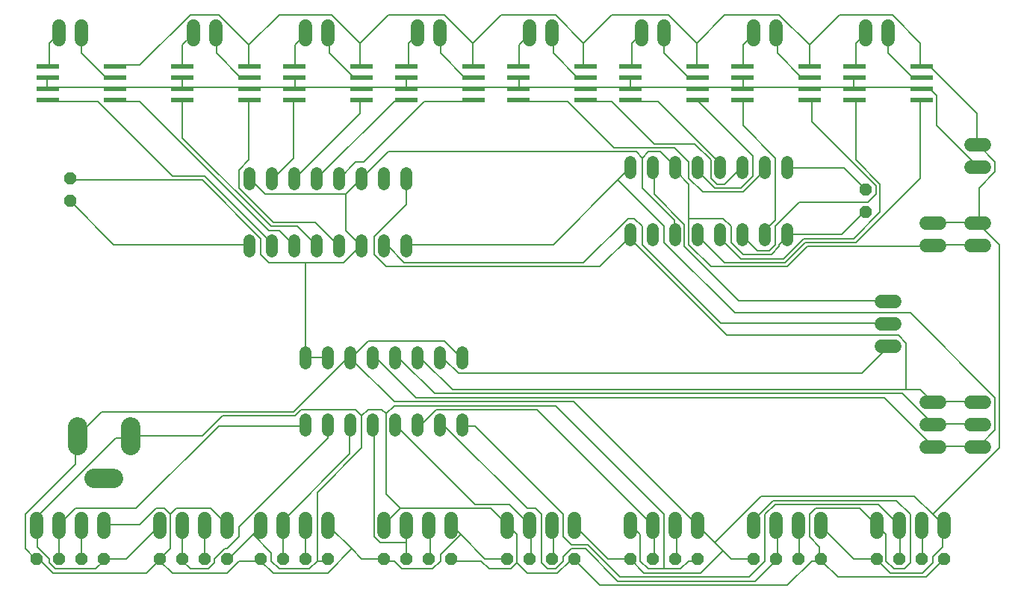
<source format=gbr>
G04 EAGLE Gerber RS-274X export*
G75*
%MOMM*%
%FSLAX34Y34*%
%LPD*%
%INTop Copper*%
%IPPOS*%
%AMOC8*
5,1,8,0,0,1.08239X$1,22.5*%
G01*
%ADD10C,1.524000*%
%ADD11P,1.429621X8X112.500000*%
%ADD12P,1.429621X8X292.500000*%
%ADD13C,1.320800*%
%ADD14P,1.429621X8X22.500000*%
%ADD15R,2.500000X0.500000*%
%ADD16C,2.184400*%
%ADD17C,0.152400*%


D10*
X1137920Y419100D02*
X1122680Y419100D01*
X1122680Y444500D02*
X1137920Y444500D01*
X1137920Y241300D02*
X1122680Y241300D01*
X1122680Y215900D02*
X1137920Y215900D01*
X1137920Y190500D02*
X1122680Y190500D01*
X1087120Y241300D02*
X1071880Y241300D01*
X1071880Y215900D02*
X1087120Y215900D01*
X1087120Y190500D02*
X1071880Y190500D01*
D11*
X1003300Y457200D03*
X1003300Y482600D03*
D12*
X101600Y495300D03*
X101600Y469900D03*
D10*
X1021080Y355600D02*
X1036320Y355600D01*
X1036320Y330200D02*
X1021080Y330200D01*
X1021080Y304800D02*
X1036320Y304800D01*
X1071880Y419100D02*
X1087120Y419100D01*
X1087120Y444500D02*
X1071880Y444500D01*
D13*
X914400Y501396D02*
X914400Y514604D01*
X889000Y514604D02*
X889000Y501396D01*
X812800Y501396D02*
X812800Y514604D01*
X787400Y514604D02*
X787400Y501396D01*
X863600Y501396D02*
X863600Y514604D01*
X838200Y514604D02*
X838200Y501396D01*
X762000Y501396D02*
X762000Y514604D01*
X736600Y514604D02*
X736600Y501396D01*
X736600Y438404D02*
X736600Y425196D01*
X762000Y425196D02*
X762000Y438404D01*
X787400Y438404D02*
X787400Y425196D01*
X812800Y425196D02*
X812800Y438404D01*
X838200Y438404D02*
X838200Y425196D01*
X863600Y425196D02*
X863600Y438404D01*
X889000Y438404D02*
X889000Y425196D01*
X914400Y425196D02*
X914400Y438404D01*
X304800Y425704D02*
X304800Y412496D01*
X330200Y412496D02*
X330200Y425704D01*
X406400Y425704D02*
X406400Y412496D01*
X431800Y412496D02*
X431800Y425704D01*
X355600Y425704D02*
X355600Y412496D01*
X381000Y412496D02*
X381000Y425704D01*
X457200Y425704D02*
X457200Y412496D01*
X482600Y412496D02*
X482600Y425704D01*
X482600Y488696D02*
X482600Y501904D01*
X457200Y501904D02*
X457200Y488696D01*
X431800Y488696D02*
X431800Y501904D01*
X406400Y501904D02*
X406400Y488696D01*
X381000Y488696D02*
X381000Y501904D01*
X355600Y501904D02*
X355600Y488696D01*
X330200Y488696D02*
X330200Y501904D01*
X304800Y501904D02*
X304800Y488696D01*
D10*
X520700Y652780D02*
X520700Y668020D01*
X495300Y668020D02*
X495300Y652780D01*
X393700Y652780D02*
X393700Y668020D01*
X368300Y668020D02*
X368300Y652780D01*
X1028700Y652780D02*
X1028700Y668020D01*
X1003300Y668020D02*
X1003300Y652780D01*
X901700Y652780D02*
X901700Y668020D01*
X876300Y668020D02*
X876300Y652780D01*
X266700Y652780D02*
X266700Y668020D01*
X241300Y668020D02*
X241300Y652780D01*
X114300Y652780D02*
X114300Y668020D01*
X88900Y668020D02*
X88900Y652780D01*
X774700Y652780D02*
X774700Y668020D01*
X749300Y668020D02*
X749300Y652780D01*
X647700Y652780D02*
X647700Y668020D01*
X622300Y668020D02*
X622300Y652780D01*
D13*
X368300Y222504D02*
X368300Y209296D01*
X393700Y209296D02*
X393700Y222504D01*
X469900Y222504D02*
X469900Y209296D01*
X495300Y209296D02*
X495300Y222504D01*
X419100Y222504D02*
X419100Y209296D01*
X444500Y209296D02*
X444500Y222504D01*
X520700Y222504D02*
X520700Y209296D01*
X546100Y209296D02*
X546100Y222504D01*
X546100Y285496D02*
X546100Y298704D01*
X520700Y298704D02*
X520700Y285496D01*
X495300Y285496D02*
X495300Y298704D01*
X469900Y298704D02*
X469900Y285496D01*
X444500Y285496D02*
X444500Y298704D01*
X419100Y298704D02*
X419100Y285496D01*
X393700Y285496D02*
X393700Y298704D01*
X368300Y298704D02*
X368300Y285496D01*
D10*
X1016000Y109220D02*
X1016000Y93980D01*
X1041400Y93980D02*
X1041400Y109220D01*
X876300Y109220D02*
X876300Y93980D01*
X901700Y93980D02*
X901700Y109220D01*
X736600Y109220D02*
X736600Y93980D01*
X762000Y93980D02*
X762000Y109220D01*
X596900Y109220D02*
X596900Y93980D01*
X622300Y93980D02*
X622300Y109220D01*
X457200Y109220D02*
X457200Y93980D01*
X482600Y93980D02*
X482600Y109220D01*
X317500Y109220D02*
X317500Y93980D01*
X342900Y93980D02*
X342900Y109220D01*
X203200Y109220D02*
X203200Y93980D01*
X228600Y93980D02*
X228600Y109220D01*
X63500Y109220D02*
X63500Y93980D01*
X88900Y93980D02*
X88900Y109220D01*
X1092200Y109220D02*
X1092200Y93980D01*
X1066800Y93980D02*
X1066800Y109220D01*
X952500Y109220D02*
X952500Y93980D01*
X927100Y93980D02*
X927100Y109220D01*
X812800Y109220D02*
X812800Y93980D01*
X787400Y93980D02*
X787400Y109220D01*
X673100Y109220D02*
X673100Y93980D01*
X647700Y93980D02*
X647700Y109220D01*
X533400Y109220D02*
X533400Y93980D01*
X508000Y93980D02*
X508000Y109220D01*
X393700Y109220D02*
X393700Y93980D01*
X368300Y93980D02*
X368300Y109220D01*
X279400Y109220D02*
X279400Y93980D01*
X254000Y93980D02*
X254000Y109220D01*
X139700Y109220D02*
X139700Y93980D01*
X114300Y93980D02*
X114300Y109220D01*
D14*
X1016000Y63500D03*
X1041400Y63500D03*
X508000Y63500D03*
X533400Y63500D03*
X317500Y63500D03*
X342900Y63500D03*
X368300Y63500D03*
X393700Y63500D03*
X203200Y63500D03*
X228600Y63500D03*
X254000Y63500D03*
X279400Y63500D03*
X63500Y63500D03*
X88900Y63500D03*
X114300Y63500D03*
X139700Y63500D03*
X1066800Y63500D03*
X1092200Y63500D03*
X876300Y63500D03*
X901700Y63500D03*
X927100Y63500D03*
X952500Y63500D03*
X736600Y63500D03*
X762000Y63500D03*
X787400Y63500D03*
X812800Y63500D03*
X596900Y63500D03*
X622300Y63500D03*
X647700Y63500D03*
X673100Y63500D03*
X457200Y63500D03*
X482600Y63500D03*
D10*
X1122680Y508000D02*
X1137920Y508000D01*
X1137920Y533400D02*
X1122680Y533400D01*
D15*
X482600Y622300D03*
X482600Y609600D03*
X482600Y596900D03*
X482600Y584200D03*
X558700Y622300D03*
X558700Y609600D03*
X558700Y596900D03*
X558700Y584200D03*
X355600Y622300D03*
X355600Y609600D03*
X355600Y596900D03*
X355600Y584200D03*
X431700Y622300D03*
X431700Y609600D03*
X431700Y596900D03*
X431700Y584200D03*
X990600Y622300D03*
X990600Y609600D03*
X990600Y596900D03*
X990600Y584200D03*
X1066700Y622300D03*
X1066700Y609600D03*
X1066700Y596900D03*
X1066700Y584200D03*
X863600Y622300D03*
X863600Y609600D03*
X863600Y596900D03*
X863600Y584200D03*
X939700Y622300D03*
X939700Y609600D03*
X939700Y596900D03*
X939700Y584200D03*
X228600Y622300D03*
X228600Y609600D03*
X228600Y596900D03*
X228600Y584200D03*
X304700Y622300D03*
X304700Y609600D03*
X304700Y596900D03*
X304700Y584200D03*
X76200Y622300D03*
X76200Y609600D03*
X76200Y596900D03*
X76200Y584200D03*
X152300Y622300D03*
X152300Y609600D03*
X152300Y596900D03*
X152300Y584200D03*
X736600Y622300D03*
X736600Y609600D03*
X736600Y596900D03*
X736600Y584200D03*
X812700Y622300D03*
X812700Y609600D03*
X812700Y596900D03*
X812700Y584200D03*
X609600Y622300D03*
X609600Y609600D03*
X609600Y596900D03*
X609600Y584200D03*
X685700Y622300D03*
X685700Y609600D03*
X685700Y596900D03*
X685700Y584200D03*
D16*
X150622Y155200D02*
X128778Y155200D01*
X109700Y192278D02*
X109700Y214122D01*
X169700Y214122D02*
X169700Y192278D01*
D17*
X502920Y582930D02*
X557784Y582930D01*
X502920Y582930D02*
X434340Y514350D01*
X425196Y514350D01*
X406908Y496062D01*
X557784Y582930D02*
X558700Y584200D01*
X406908Y496062D02*
X406400Y495300D01*
X468630Y582930D02*
X482346Y582930D01*
X468630Y582930D02*
X381000Y495300D01*
X482346Y582930D02*
X482600Y584200D01*
X354330Y582930D02*
X354330Y518922D01*
X331470Y496062D01*
X354330Y582930D02*
X355600Y584200D01*
X331470Y496062D02*
X330200Y495300D01*
X1065276Y496062D02*
X1065276Y582930D01*
X1065276Y496062D02*
X992124Y422910D01*
X934974Y422910D01*
X912114Y400050D01*
X843534Y400050D01*
X813816Y429768D01*
X1065276Y582930D02*
X1066700Y584200D01*
X812800Y431800D02*
X813816Y429768D01*
X941832Y560070D02*
X941832Y582930D01*
X941832Y560070D02*
X1014984Y486918D01*
X1014984Y477774D01*
X1005840Y468630D01*
X928116Y468630D01*
X900684Y441198D01*
X900684Y420624D01*
X893826Y413766D01*
X880110Y413766D01*
X864108Y429768D01*
X941832Y582930D02*
X939700Y584200D01*
X863600Y431800D02*
X864108Y429768D01*
X864108Y555498D02*
X864108Y582930D01*
X864108Y555498D02*
X900684Y518922D01*
X900684Y448056D01*
X889254Y436626D01*
X889254Y432054D01*
X864108Y582930D02*
X863600Y584200D01*
X889254Y432054D02*
X889000Y431800D01*
X304038Y516636D02*
X304038Y582930D01*
X304038Y516636D02*
X292608Y505206D01*
X292608Y484632D01*
X331470Y445770D01*
X379476Y445770D01*
X404622Y420624D01*
X304038Y582930D02*
X304700Y584200D01*
X404622Y420624D02*
X406400Y419100D01*
X228600Y541782D02*
X228600Y584200D01*
X228600Y541782D02*
X329184Y441198D01*
X358902Y441198D01*
X381000Y419100D01*
X180594Y582930D02*
X153162Y582930D01*
X180594Y582930D02*
X326898Y436626D01*
X338328Y436626D01*
X354330Y420624D01*
X153162Y582930D02*
X152300Y584200D01*
X354330Y420624D02*
X355600Y419100D01*
X132588Y582930D02*
X77724Y582930D01*
X132588Y582930D02*
X217170Y498348D01*
X253746Y498348D01*
X331470Y420624D01*
X77724Y582930D02*
X76200Y584200D01*
X330200Y419100D02*
X331470Y420624D01*
X738378Y582930D02*
X768096Y582930D01*
X836676Y514350D01*
X836676Y509778D01*
X738378Y582930D02*
X736600Y584200D01*
X836676Y509778D02*
X838200Y508000D01*
X715518Y582930D02*
X685800Y582930D01*
X715518Y582930D02*
X763524Y534924D01*
X809244Y534924D01*
X827532Y516636D01*
X827532Y496062D01*
X834390Y489204D01*
X843534Y489204D01*
X861822Y507492D01*
X685800Y582930D02*
X685700Y584200D01*
X861822Y507492D02*
X863600Y508000D01*
X665226Y582930D02*
X610362Y582930D01*
X665226Y582930D02*
X717804Y530352D01*
X786384Y530352D01*
X802386Y514350D01*
X802386Y496062D01*
X818388Y480060D01*
X864108Y480060D01*
X886968Y502920D01*
X886968Y507492D01*
X610362Y582930D02*
X609600Y584200D01*
X886968Y507492D02*
X889000Y508000D01*
X304038Y420624D02*
X150876Y420624D01*
X101600Y469900D01*
X304038Y420624D02*
X304800Y419100D01*
X914400Y507492D02*
X978408Y507492D01*
X1003300Y482600D01*
X914400Y507492D02*
X914400Y508000D01*
X649224Y420624D02*
X484632Y420624D01*
X722376Y493776D02*
X736600Y508000D01*
X722376Y493776D02*
X649224Y420624D01*
X484632Y420624D02*
X482600Y419100D01*
X450342Y290322D02*
X445770Y290322D01*
X450342Y290322D02*
X493776Y246888D01*
X1024128Y246888D01*
X1078992Y192024D01*
X445770Y290322D02*
X444500Y292100D01*
X1078992Y192024D02*
X1079500Y190500D01*
X1081278Y192024D02*
X1129284Y192024D01*
X1130300Y190500D01*
X1081278Y192024D02*
X1079500Y190500D01*
X774954Y441198D02*
X722376Y493776D01*
X774954Y441198D02*
X774954Y422910D01*
X854964Y342900D01*
X1053846Y342900D01*
X1149858Y246888D01*
X1149858Y210312D01*
X1131570Y192024D01*
X1130300Y190500D01*
X763524Y477774D02*
X763524Y507492D01*
X763524Y477774D02*
X797814Y443484D01*
X797814Y418338D01*
X859536Y356616D01*
X1028700Y356616D01*
X763524Y507492D02*
X762000Y508000D01*
X1028700Y356616D02*
X1028700Y355600D01*
X461772Y418338D02*
X457200Y418338D01*
X461772Y418338D02*
X480060Y400050D01*
X683514Y400050D01*
X733806Y450342D01*
X740664Y450342D01*
X749808Y441198D01*
X749808Y420624D01*
X838962Y331470D01*
X1028700Y331470D01*
X457200Y418338D02*
X457200Y419100D01*
X1028700Y331470D02*
X1028700Y330200D01*
X475488Y290322D02*
X470916Y290322D01*
X475488Y290322D02*
X514350Y251460D01*
X1044702Y251460D01*
X1078992Y217170D01*
X470916Y290322D02*
X469900Y292100D01*
X1078992Y217170D02*
X1079500Y215900D01*
X1081278Y217170D02*
X1129284Y217170D01*
X1130300Y215900D01*
X1081278Y217170D02*
X1079500Y215900D01*
X114300Y101600D02*
X114300Y63500D01*
X253746Y64008D02*
X253746Y100584D01*
X253746Y64008D02*
X254000Y63500D01*
X253746Y100584D02*
X254000Y101600D01*
X368046Y100584D02*
X368046Y64008D01*
X368300Y63500D01*
X368046Y100584D02*
X368300Y101600D01*
X509778Y100584D02*
X509778Y64008D01*
X508000Y63500D01*
X509778Y100584D02*
X508000Y101600D01*
X649224Y100584D02*
X649224Y64008D01*
X647700Y63500D01*
X649224Y100584D02*
X647700Y101600D01*
X788670Y100584D02*
X788670Y64008D01*
X787400Y63500D01*
X788670Y100584D02*
X787400Y101600D01*
X928116Y100584D02*
X928116Y64008D01*
X927100Y63500D01*
X928116Y100584D02*
X927100Y101600D01*
X1067562Y100584D02*
X1067562Y64008D01*
X1066800Y63500D01*
X1067562Y100584D02*
X1066800Y101600D01*
X1042416Y100584D02*
X1042416Y64008D01*
X1041400Y63500D01*
X1042416Y100584D02*
X1041400Y101600D01*
X560070Y214884D02*
X546354Y214884D01*
X560070Y214884D02*
X660654Y114300D01*
X660654Y89154D01*
X669798Y80010D01*
X688086Y80010D01*
X724662Y43434D01*
X870966Y43434D01*
X889254Y61722D01*
X889254Y114300D01*
X900684Y125730D01*
X1017270Y125730D01*
X1041400Y101600D01*
X546354Y214884D02*
X546100Y215900D01*
X525780Y214884D02*
X521208Y214884D01*
X525780Y214884D02*
X619506Y121158D01*
X628650Y121158D01*
X635508Y114300D01*
X635508Y59436D01*
X642366Y52578D01*
X651510Y52578D01*
X660654Y61722D01*
X660654Y66294D01*
X669798Y75438D01*
X685800Y75438D01*
X722376Y38862D01*
X877824Y38862D01*
X900684Y61722D01*
X521208Y214884D02*
X520700Y215900D01*
X900684Y61722D02*
X901700Y63500D01*
X902970Y64008D02*
X902970Y100584D01*
X901700Y101600D01*
X902970Y64008D02*
X901700Y63500D01*
X763524Y64008D02*
X763524Y100584D01*
X763524Y64008D02*
X762000Y63500D01*
X763524Y100584D02*
X762000Y101600D01*
X500634Y217170D02*
X496062Y217170D01*
X500634Y217170D02*
X516636Y233172D01*
X630936Y233172D01*
X761238Y102870D01*
X496062Y217170D02*
X495300Y215900D01*
X761238Y102870D02*
X762000Y101600D01*
X560070Y125730D02*
X469900Y215900D01*
X560070Y125730D02*
X598932Y125730D01*
X621792Y102870D01*
X622300Y101600D01*
X624078Y100584D02*
X624078Y64008D01*
X622300Y63500D01*
X624078Y100584D02*
X622300Y101600D01*
X482346Y100584D02*
X482346Y82296D01*
X482346Y64008D01*
X482600Y63500D01*
X482346Y100584D02*
X482600Y101600D01*
X445770Y89154D02*
X445770Y214884D01*
X445770Y89154D02*
X452628Y82296D01*
X482346Y82296D01*
X445770Y214884D02*
X444500Y215900D01*
X342900Y101600D02*
X342900Y63500D01*
X418338Y182880D02*
X418338Y214884D01*
X418338Y182880D02*
X342900Y107442D01*
X342900Y101600D01*
X418338Y214884D02*
X419100Y215900D01*
X228600Y101600D02*
X228600Y63500D01*
X393192Y201168D02*
X393192Y214884D01*
X393192Y201168D02*
X292608Y100584D01*
X292608Y89154D01*
X278892Y75438D01*
X276606Y75438D01*
X265176Y64008D01*
X265176Y59436D01*
X258318Y52578D01*
X237744Y52578D01*
X228600Y61722D01*
X393192Y214884D02*
X393700Y215900D01*
X228600Y63500D02*
X228600Y61722D01*
X89154Y64008D02*
X89154Y100584D01*
X89154Y64008D02*
X88900Y63500D01*
X89154Y100584D02*
X88900Y101600D01*
X269748Y214884D02*
X368046Y214884D01*
X269748Y214884D02*
X176022Y121158D01*
X107442Y121158D01*
X89154Y102870D01*
X368046Y214884D02*
X368300Y215900D01*
X89154Y102870D02*
X88900Y101600D01*
X141732Y64008D02*
X164592Y64008D01*
X201168Y100584D01*
X141732Y64008D02*
X139700Y63500D01*
X201168Y100584D02*
X203200Y101600D01*
X64008Y100584D02*
X64008Y77724D01*
X77724Y64008D01*
X77724Y59436D01*
X84582Y52578D01*
X130302Y52578D01*
X139446Y61722D01*
X64008Y100584D02*
X63500Y101600D01*
X139700Y63500D02*
X139446Y61722D01*
X153162Y201168D02*
X169164Y201168D01*
X153162Y201168D02*
X64008Y112014D01*
X64008Y102870D01*
X169164Y201168D02*
X169700Y203200D01*
X64008Y102870D02*
X63500Y101600D01*
X950976Y77724D02*
X950976Y64008D01*
X950976Y77724D02*
X939546Y89154D01*
X939546Y114300D01*
X946404Y121158D01*
X996696Y121158D01*
X1014984Y102870D01*
X952500Y63500D02*
X950976Y64008D01*
X1014984Y102870D02*
X1016000Y101600D01*
X1072134Y43434D02*
X1092200Y63500D01*
X1072134Y43434D02*
X971550Y43434D01*
X953262Y61722D01*
X952500Y63500D01*
X877824Y102870D02*
X877824Y109728D01*
X898398Y130302D01*
X1037844Y130302D01*
X1053846Y114300D01*
X1053846Y59436D01*
X1046988Y52578D01*
X1035558Y52578D01*
X1026414Y61722D01*
X1026414Y91440D01*
X1017270Y100584D01*
X877824Y102870D02*
X876300Y101600D01*
X1016000Y101600D02*
X1017270Y100584D01*
X317754Y100584D02*
X308610Y91440D01*
X281178Y64008D01*
X279400Y63500D01*
X317754Y100584D02*
X317500Y101600D01*
X381762Y61722D02*
X393192Y61722D01*
X381762Y61722D02*
X372618Y52578D01*
X338328Y52578D01*
X329184Y61722D01*
X329184Y70866D01*
X308610Y91440D01*
X393700Y63500D02*
X393192Y61722D01*
X802386Y61722D02*
X811530Y61722D01*
X802386Y61722D02*
X793242Y52578D01*
X774954Y52578D02*
X756666Y52578D01*
X774954Y52578D02*
X793242Y52578D01*
X756666Y52578D02*
X747522Y61722D01*
X747522Y91440D01*
X738378Y100584D01*
X811530Y61722D02*
X812800Y63500D01*
X738378Y100584D02*
X736600Y101600D01*
X566928Y61722D02*
X534924Y61722D01*
X566928Y61722D02*
X576072Y52578D01*
X601218Y52578D01*
X608076Y59436D01*
X608076Y91440D01*
X598932Y100584D01*
X534924Y61722D02*
X533400Y63500D01*
X596900Y101600D02*
X598932Y100584D01*
X667512Y61722D02*
X672084Y61722D01*
X667512Y61722D02*
X653796Y48006D01*
X619506Y48006D01*
X608076Y59436D01*
X672084Y61722D02*
X673100Y63500D01*
X475488Y121158D02*
X457200Y102870D01*
X475488Y121158D02*
X578358Y121158D01*
X596646Y102870D01*
X457200Y102870D02*
X457200Y101600D01*
X596646Y102870D02*
X596900Y101600D01*
X774954Y114300D02*
X774954Y52578D01*
X774954Y114300D02*
X651510Y237744D01*
X468630Y237744D01*
X459486Y228600D01*
X459486Y137160D01*
X475488Y121158D01*
X381762Y139446D02*
X381762Y61722D01*
X381762Y139446D02*
X432054Y189738D01*
X432054Y226314D01*
X438912Y233172D01*
X454914Y233172D01*
X459486Y228600D01*
X941832Y61722D02*
X950976Y61722D01*
X941832Y61722D02*
X914400Y34290D01*
X701802Y34290D01*
X674370Y61722D01*
X950976Y61722D02*
X952500Y63500D01*
X674370Y61722D02*
X673100Y63500D01*
X251460Y203454D02*
X171450Y203454D01*
X251460Y203454D02*
X274320Y226314D01*
X356616Y226314D01*
X363474Y233172D01*
X425196Y233172D01*
X432054Y226314D01*
X171450Y203454D02*
X169700Y203200D01*
X914400Y432054D02*
X976122Y432054D01*
X1001268Y457200D01*
X914400Y432054D02*
X914400Y431800D01*
X1001268Y457200D02*
X1003300Y457200D01*
X1081024Y420624D02*
X1129284Y420624D01*
X1081024Y420624D02*
X1079500Y419100D01*
X1129284Y420624D02*
X1130300Y419100D01*
X786384Y432054D02*
X786384Y448056D01*
X749808Y484632D01*
X749808Y518922D01*
X756666Y525780D01*
X770382Y525780D01*
X786384Y509778D01*
X786384Y432054D02*
X787400Y431800D01*
X787400Y508000D02*
X786384Y509778D01*
X937260Y418338D02*
X1078738Y418338D01*
X937260Y418338D02*
X914400Y395478D01*
X827532Y395478D01*
X802386Y420624D01*
X802386Y450342D02*
X802386Y489204D01*
X802386Y450342D02*
X802386Y420624D01*
X802386Y489204D02*
X788670Y502920D01*
X788670Y507492D01*
X1078738Y418338D02*
X1079500Y419100D01*
X788670Y507492D02*
X787400Y508000D01*
X905256Y420624D02*
X914400Y429768D01*
X905256Y420624D02*
X905256Y418338D01*
X896112Y409194D01*
X864108Y409194D01*
X850392Y422910D01*
X850392Y441198D01*
X841248Y450342D01*
X802386Y450342D01*
X914400Y431800D02*
X914400Y429768D01*
X322326Y477774D02*
X304800Y495300D01*
X322326Y477774D02*
X413766Y477774D01*
X429768Y493776D01*
X431800Y495300D01*
X393192Y292608D02*
X370332Y292608D01*
X368300Y292100D01*
X393192Y292608D02*
X393700Y292100D01*
X251460Y493776D02*
X102870Y493776D01*
X251460Y493776D02*
X317754Y427482D01*
X317754Y409194D01*
X326898Y400050D01*
X368046Y400050D02*
X411480Y400050D01*
X368046Y400050D02*
X326898Y400050D01*
X411480Y400050D02*
X429768Y418338D01*
X102870Y493776D02*
X101600Y495300D01*
X429768Y418338D02*
X431800Y419100D01*
X368046Y400050D02*
X368046Y292608D01*
X368300Y292100D01*
X413766Y436626D02*
X413766Y477774D01*
X413766Y436626D02*
X429768Y420624D01*
X431800Y419100D01*
X742950Y525780D02*
X749808Y518922D01*
X742950Y525780D02*
X461772Y525780D01*
X432054Y496062D01*
X431800Y495300D01*
X521208Y290322D02*
X525780Y290322D01*
X541782Y274320D01*
X998982Y274320D01*
X1028700Y304038D01*
X521208Y290322D02*
X520700Y292100D01*
X1028700Y304038D02*
X1028700Y304800D01*
X484632Y624078D02*
X484632Y649224D01*
X493776Y658368D01*
X484632Y624078D02*
X482600Y622300D01*
X493776Y658368D02*
X495300Y660400D01*
X548640Y610362D02*
X557784Y610362D01*
X548640Y610362D02*
X521208Y637794D01*
X521208Y658368D01*
X557784Y610362D02*
X558700Y609600D01*
X521208Y658368D02*
X520700Y660400D01*
X429768Y610362D02*
X422910Y610362D01*
X395478Y637794D01*
X395478Y658368D01*
X429768Y610362D02*
X431700Y609600D01*
X395478Y658368D02*
X393700Y660400D01*
X356616Y646938D02*
X356616Y624078D01*
X356616Y646938D02*
X368046Y658368D01*
X356616Y624078D02*
X355600Y622300D01*
X368046Y658368D02*
X368300Y660400D01*
X992124Y582930D02*
X992124Y516636D01*
X1019556Y489204D01*
X1019556Y457200D01*
X989838Y427482D01*
X932688Y427482D01*
X909828Y404622D01*
X861822Y404622D01*
X836676Y429768D01*
X990600Y584200D02*
X992124Y582930D01*
X838200Y431800D02*
X836676Y429768D01*
X1056132Y610362D02*
X1065276Y610362D01*
X1056132Y610362D02*
X1028700Y637794D01*
X1028700Y660400D01*
X1065276Y610362D02*
X1066700Y609600D01*
X992124Y624078D02*
X992124Y649224D01*
X1003300Y660400D01*
X992124Y624078D02*
X990600Y622300D01*
X939546Y610362D02*
X930402Y610362D01*
X902970Y637794D01*
X902970Y658368D01*
X939546Y610362D02*
X939700Y609600D01*
X902970Y658368D02*
X901700Y660400D01*
X864108Y646938D02*
X864108Y624078D01*
X864108Y646938D02*
X875538Y658368D01*
X864108Y624078D02*
X863600Y622300D01*
X875538Y658368D02*
X876300Y660400D01*
X482346Y493776D02*
X482346Y466344D01*
X445770Y429768D01*
X445770Y409194D01*
X459486Y395478D01*
X701802Y395478D01*
X736092Y429768D01*
X482346Y493776D02*
X482600Y495300D01*
X736600Y431800D02*
X736092Y429768D01*
X500634Y290322D02*
X496062Y290322D01*
X500634Y290322D02*
X534924Y256032D01*
X1049274Y256032D02*
X1065276Y256032D01*
X1049274Y256032D02*
X534924Y256032D01*
X1065276Y256032D02*
X1078992Y242316D01*
X496062Y290322D02*
X495300Y292100D01*
X1078992Y242316D02*
X1079500Y241300D01*
X1081278Y242316D02*
X1129284Y242316D01*
X1130300Y241300D01*
X1081278Y242316D02*
X1079500Y241300D01*
X738378Y425196D02*
X738378Y429768D01*
X738378Y425196D02*
X845820Y317754D01*
X1040130Y317754D01*
X1049274Y308610D01*
X1049274Y256032D01*
X738378Y429768D02*
X736600Y431800D01*
X457200Y64008D02*
X432054Y64008D01*
X420624Y75438D02*
X395478Y100584D01*
X420624Y75438D02*
X432054Y64008D01*
X457200Y64008D02*
X457200Y63500D01*
X395478Y100584D02*
X393700Y101600D01*
X571500Y64008D02*
X596646Y64008D01*
X544068Y91440D02*
X534924Y100584D01*
X544068Y91440D02*
X571500Y64008D01*
X596646Y64008D02*
X596900Y63500D01*
X534924Y100584D02*
X533400Y101600D01*
X468630Y61722D02*
X457200Y61722D01*
X468630Y61722D02*
X477774Y52578D01*
X512064Y52578D01*
X521208Y61722D01*
X521208Y68580D01*
X544068Y91440D01*
X457200Y63500D02*
X457200Y61722D01*
X420624Y292608D02*
X438912Y310896D01*
X525780Y310896D01*
X544068Y292608D01*
X420624Y292608D02*
X419100Y292100D01*
X544068Y292608D02*
X546100Y292100D01*
X68580Y61722D02*
X64008Y61722D01*
X68580Y61722D02*
X82296Y48006D01*
X187452Y48006D01*
X201168Y61722D01*
X64008Y61722D02*
X63500Y63500D01*
X201168Y61722D02*
X203200Y63500D01*
X292608Y61722D02*
X315468Y61722D01*
X292608Y61722D02*
X278892Y48006D01*
X217170Y48006D01*
X203454Y61722D01*
X315468Y61722D02*
X317500Y63500D01*
X203454Y61722D02*
X203200Y63500D01*
X180594Y102870D02*
X141732Y102870D01*
X180594Y102870D02*
X198882Y121158D01*
X208026Y121158D01*
X214884Y114300D01*
X214884Y75438D01*
X203454Y64008D01*
X141732Y102870D02*
X139700Y101600D01*
X203454Y64008D02*
X203200Y63500D01*
X260604Y121158D02*
X278892Y102870D01*
X260604Y121158D02*
X221742Y121158D01*
X214884Y114300D01*
X278892Y102870D02*
X279400Y101600D01*
X107442Y171450D02*
X107442Y201168D01*
X107442Y171450D02*
X50292Y114300D01*
X50292Y75438D01*
X61722Y64008D01*
X107442Y201168D02*
X109700Y203200D01*
X63500Y63500D02*
X61722Y64008D01*
X413766Y290322D02*
X418338Y290322D01*
X413766Y290322D02*
X354330Y230886D01*
X137160Y230886D01*
X109728Y203454D01*
X418338Y290322D02*
X419100Y292100D01*
X109728Y203454D02*
X109700Y203200D01*
X393192Y48006D02*
X420624Y75438D01*
X393192Y48006D02*
X331470Y48006D01*
X317754Y61722D01*
X317500Y63500D01*
X989838Y64008D02*
X1014984Y64008D01*
X989838Y64008D02*
X953262Y100584D01*
X1014984Y64008D02*
X1016000Y63500D01*
X953262Y100584D02*
X952500Y101600D01*
X1090422Y100584D02*
X1090422Y77724D01*
X1078992Y66294D01*
X1078992Y59436D01*
X1067562Y48006D01*
X1030986Y48006D01*
X1017270Y61722D01*
X1090422Y100584D02*
X1092200Y101600D01*
X1017270Y61722D02*
X1016000Y63500D01*
X736092Y64008D02*
X710946Y64008D01*
X674370Y100584D01*
X736092Y64008D02*
X736600Y63500D01*
X674370Y100584D02*
X673100Y101600D01*
X850392Y64008D02*
X875538Y64008D01*
X832104Y82296D02*
X812800Y101600D01*
X832104Y82296D02*
X841248Y73152D01*
X850392Y64008D01*
X875538Y64008D02*
X876300Y63500D01*
X752094Y48006D02*
X736600Y63500D01*
X752094Y48006D02*
X816102Y48006D01*
X841248Y73152D01*
X1058418Y134874D02*
X1078992Y114300D01*
X1090422Y102870D01*
X1058418Y134874D02*
X884682Y134874D01*
X832104Y82296D01*
X1090422Y102870D02*
X1092200Y101600D01*
X1081024Y445770D02*
X1129284Y445770D01*
X1081024Y445770D02*
X1079500Y444500D01*
X1129284Y445770D02*
X1130300Y444500D01*
X1076706Y621792D02*
X1067562Y621792D01*
X1076706Y621792D02*
X1129284Y569214D01*
X1129284Y534924D01*
X1067562Y621792D02*
X1066700Y622300D01*
X1129284Y534924D02*
X1130300Y533400D01*
X1131570Y484632D02*
X1131570Y445770D01*
X1131570Y484632D02*
X1149858Y502920D01*
X1149858Y514350D01*
X1131570Y532638D01*
X1131570Y445770D02*
X1130300Y444500D01*
X1131570Y532638D02*
X1130300Y533400D01*
X180594Y624078D02*
X153162Y624078D01*
X180594Y624078D02*
X237744Y681228D01*
X269748Y681228D01*
X304038Y646938D01*
X304038Y624078D01*
X153162Y624078D02*
X152300Y622300D01*
X304038Y624078D02*
X304700Y622300D01*
X429768Y624078D02*
X429768Y649224D01*
X397764Y681228D01*
X338328Y681228D01*
X304038Y646938D01*
X429768Y624078D02*
X431700Y622300D01*
X557784Y624078D02*
X557784Y649224D01*
X525780Y681228D01*
X461772Y681228D01*
X429768Y649224D01*
X557784Y624078D02*
X558700Y622300D01*
X683514Y624078D02*
X683514Y649224D01*
X651510Y681228D01*
X589788Y681228D01*
X557784Y649224D01*
X683514Y624078D02*
X685700Y622300D01*
X811530Y624078D02*
X811530Y649224D01*
X779526Y681228D01*
X715518Y681228D01*
X683514Y649224D01*
X811530Y624078D02*
X812700Y622300D01*
X939546Y624078D02*
X939546Y646938D01*
X905256Y681228D01*
X843534Y681228D01*
X811530Y649224D01*
X939546Y624078D02*
X939700Y622300D01*
X1065276Y624078D02*
X1065276Y649224D01*
X1033272Y681228D01*
X973836Y681228D01*
X939546Y646938D01*
X1065276Y624078D02*
X1066700Y622300D01*
X1154430Y189738D02*
X1078992Y114300D01*
X1154430Y189738D02*
X1154430Y420624D01*
X1131570Y443484D01*
X1130300Y444500D01*
X468630Y242316D02*
X420624Y290322D01*
X468630Y242316D02*
X672084Y242316D01*
X812800Y101600D01*
X420624Y290322D02*
X419100Y292100D01*
X941832Y598932D02*
X989838Y598932D01*
X941832Y598932D02*
X939700Y596900D01*
X989838Y598932D02*
X989838Y608076D01*
X990600Y609600D01*
X989838Y598932D02*
X990600Y596900D01*
X992124Y598932D02*
X1065276Y598932D01*
X1066700Y596900D01*
X992124Y598932D02*
X990600Y596900D01*
X1083564Y555498D02*
X1129284Y509778D01*
X1083564Y555498D02*
X1083564Y589788D01*
X1076706Y596646D01*
X1067562Y596646D01*
X1129284Y509778D02*
X1130300Y508000D01*
X1067562Y596646D02*
X1066700Y596900D01*
X228600Y598932D02*
X228600Y609600D01*
X75438Y608076D02*
X75438Y598932D01*
X76200Y596900D01*
X75438Y608076D02*
X76200Y609600D01*
X77724Y598932D02*
X150876Y598932D01*
X152300Y596900D01*
X77724Y598932D02*
X76200Y596900D01*
X153162Y598932D02*
X228600Y598932D01*
X153162Y598932D02*
X152300Y596900D01*
X813816Y598932D02*
X861822Y598932D01*
X813816Y598932D02*
X812700Y596900D01*
X861822Y598932D02*
X863600Y596900D01*
X864108Y598932D02*
X864108Y608076D01*
X863600Y609600D01*
X736092Y598932D02*
X685800Y598932D01*
X685700Y596900D01*
X736092Y598932D02*
X736092Y608076D01*
X736600Y609600D01*
X736092Y598932D02*
X736600Y596900D01*
X608076Y598932D02*
X560070Y598932D01*
X558700Y596900D01*
X608076Y598932D02*
X609600Y596900D01*
X610362Y598932D02*
X610362Y608076D01*
X609600Y609600D01*
X354330Y598932D02*
X306324Y598932D01*
X304700Y596900D01*
X354330Y598932D02*
X355600Y596900D01*
X356616Y598932D02*
X356616Y608076D01*
X355600Y609600D01*
X432054Y598932D02*
X482346Y598932D01*
X432054Y598932D02*
X431700Y596900D01*
X482346Y598932D02*
X482346Y608076D01*
X482600Y609600D01*
X482346Y598932D02*
X482600Y596900D01*
X429768Y598932D02*
X356616Y598932D01*
X355600Y596900D01*
X429768Y598932D02*
X431700Y596900D01*
X484632Y598932D02*
X557784Y598932D01*
X558700Y596900D01*
X484632Y598932D02*
X482600Y596900D01*
X610362Y598932D02*
X683514Y598932D01*
X685700Y596900D01*
X610362Y598932D02*
X609600Y596900D01*
X738378Y598932D02*
X811530Y598932D01*
X812700Y596900D01*
X738378Y598932D02*
X736600Y596900D01*
X304038Y598932D02*
X228600Y598932D01*
X228600Y596900D01*
X304038Y598932D02*
X304700Y596900D01*
X864108Y598932D02*
X939546Y598932D01*
X939700Y596900D01*
X864108Y598932D02*
X863600Y596900D01*
X304038Y610362D02*
X294894Y610362D01*
X267462Y637794D01*
X267462Y658368D01*
X304038Y610362D02*
X304700Y609600D01*
X267462Y658368D02*
X266700Y660400D01*
X228600Y646938D02*
X228600Y622300D01*
X228600Y646938D02*
X240030Y658368D01*
X241300Y660400D01*
X150876Y610362D02*
X141732Y610362D01*
X114300Y637794D01*
X114300Y660400D01*
X150876Y610362D02*
X152300Y609600D01*
X77724Y624078D02*
X77724Y649224D01*
X88900Y660400D01*
X77724Y624078D02*
X76200Y622300D01*
X813816Y582930D02*
X875538Y521208D01*
X875538Y498348D01*
X861822Y484632D01*
X832104Y484632D01*
X813816Y502920D01*
X813816Y507492D01*
X813816Y582930D02*
X812700Y584200D01*
X812800Y508000D02*
X813816Y507492D01*
X610362Y624078D02*
X610362Y646938D01*
X621792Y658368D01*
X610362Y624078D02*
X609600Y622300D01*
X621792Y658368D02*
X622300Y660400D01*
X676656Y610362D02*
X683514Y610362D01*
X676656Y610362D02*
X649224Y637794D01*
X649224Y658368D01*
X683514Y610362D02*
X685700Y609600D01*
X649224Y658368D02*
X647700Y660400D01*
X738378Y649224D02*
X738378Y624078D01*
X738378Y649224D02*
X747522Y658368D01*
X738378Y624078D02*
X736600Y622300D01*
X747522Y658368D02*
X749300Y660400D01*
X802386Y610362D02*
X811530Y610362D01*
X802386Y610362D02*
X774954Y637794D01*
X774954Y658368D01*
X811530Y610362D02*
X812700Y609600D01*
X774954Y658368D02*
X774700Y660400D01*
X429768Y582930D02*
X429768Y569214D01*
X356616Y496062D01*
X429768Y582930D02*
X431700Y584200D01*
X356616Y496062D02*
X355600Y495300D01*
M02*

</source>
